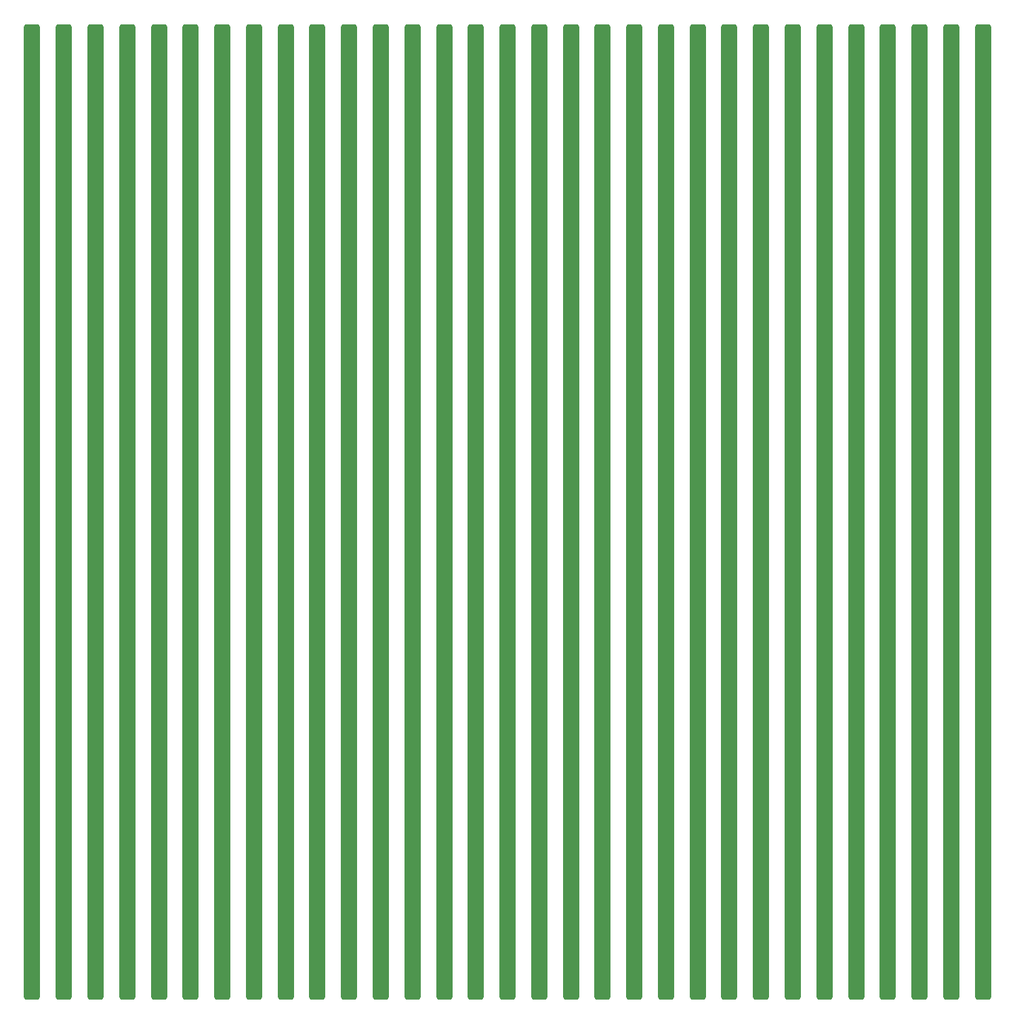
<source format=gbl>
%TF.GenerationSoftware,KiCad,Pcbnew,9.0.2*%
%TF.CreationDate,2025-08-03T14:20:54-04:00*%
%TF.ProjectId,hp_extension,68705f65-7874-4656-9e73-696f6e2e6b69,AA*%
%TF.SameCoordinates,Original*%
%TF.FileFunction,Copper,L2,Bot*%
%TF.FilePolarity,Positive*%
%FSLAX46Y46*%
G04 Gerber Fmt 4.6, Leading zero omitted, Abs format (unit mm)*
G04 Created by KiCad (PCBNEW 9.0.2) date 2025-08-03 14:20:54*
%MOMM*%
%LPD*%
G01*
G04 APERTURE LIST*
G04 Aperture macros list*
%AMRoundRect*
0 Rectangle with rounded corners*
0 $1 Rounding radius*
0 $2 $3 $4 $5 $6 $7 $8 $9 X,Y pos of 4 corners*
0 Add a 4 corners polygon primitive as box body*
4,1,4,$2,$3,$4,$5,$6,$7,$8,$9,$2,$3,0*
0 Add four circle primitives for the rounded corners*
1,1,$1+$1,$2,$3*
1,1,$1+$1,$4,$5*
1,1,$1+$1,$6,$7*
1,1,$1+$1,$8,$9*
0 Add four rect primitives between the rounded corners*
20,1,$1+$1,$2,$3,$4,$5,0*
20,1,$1+$1,$4,$5,$6,$7,0*
20,1,$1+$1,$6,$7,$8,$9,0*
20,1,$1+$1,$8,$9,$2,$3,0*%
G04 Aperture macros list end*
%TA.AperFunction,SMDPad,CuDef*%
%ADD10RoundRect,0.300000X-0.700000X-2.930000X0.700000X-2.930000X0.700000X2.930000X-0.700000X2.930000X0*%
%TD*%
%TA.AperFunction,SMDPad,CuDef*%
%ADD11RoundRect,0.300000X0.700000X2.930000X-0.700000X2.930000X-0.700000X-2.930000X0.700000X-2.930000X0*%
%TD*%
%TA.AperFunction,Conductor*%
%ADD12C,2.000000*%
%TD*%
G04 APERTURE END LIST*
D10*
%TO.P,J2,b1,Pin_b1*%
%TO.N,/b1*%
X43500000Y-49300000D03*
%TO.P,J2,b2,Pin_b2*%
%TO.N,/b2*%
X47460000Y-49300000D03*
%TO.P,J2,b3,Pin_b3*%
%TO.N,/b3*%
X51420000Y-49300000D03*
%TO.P,J2,b4,Pin_b4*%
%TO.N,/b4*%
X55380000Y-49300000D03*
%TO.P,J2,b5,Pin_b5*%
%TO.N,/b5*%
X59340000Y-49300000D03*
%TO.P,J2,b6,Pin_b6*%
%TO.N,/b6*%
X63300000Y-49300000D03*
%TO.P,J2,b7,Pin_b7*%
%TO.N,/b7*%
X67260000Y-49300000D03*
%TO.P,J2,b8,Pin_b8*%
%TO.N,/b8*%
X71220000Y-49300000D03*
%TO.P,J2,b9,Pin_b9*%
%TO.N,/b9*%
X75180000Y-49300000D03*
%TO.P,J2,b10,Pin_b10*%
%TO.N,/b10*%
X79140000Y-49300000D03*
%TO.P,J2,b11,Pin_b11*%
%TO.N,/b11*%
X83100000Y-49300000D03*
%TO.P,J2,b12,Pin_b12*%
%TO.N,/b12*%
X87060000Y-49300000D03*
%TO.P,J2,b13,Pin_b13*%
%TO.N,/b13*%
X91020000Y-49300000D03*
%TO.P,J2,b14,Pin_b14*%
%TO.N,/b14*%
X94980000Y-49300000D03*
%TO.P,J2,b15,Pin_b15*%
%TO.N,/b15*%
X98940000Y-49300000D03*
%TO.P,J2,b16,Pin_b16*%
%TO.N,/b16*%
X102900000Y-49300000D03*
%TO.P,J2,b17,Pin_b17*%
%TO.N,/b17*%
X106860000Y-49300000D03*
%TO.P,J2,b18,Pin_b18*%
%TO.N,/b18*%
X110820000Y-49300000D03*
%TO.P,J2,b19,Pin_b19*%
%TO.N,/b19*%
X114780000Y-49300000D03*
%TO.P,J2,b20,Pin_b20*%
%TO.N,/b20*%
X118740000Y-49300000D03*
%TO.P,J2,b21,Pin_b21*%
%TO.N,/b21*%
X122700000Y-49300000D03*
%TO.P,J2,b22,Pin_b22*%
%TO.N,/b22*%
X126660000Y-49300000D03*
%TO.P,J2,b23,Pin_b23*%
%TO.N,/b23*%
X130620000Y-49300000D03*
%TO.P,J2,b24,Pin_b24*%
%TO.N,/b24*%
X134580000Y-49300000D03*
%TO.P,J2,b25,Pin_b25*%
%TO.N,/b25*%
X138540000Y-49300000D03*
%TO.P,J2,b26,Pin_b26*%
%TO.N,/b26*%
X142500000Y-49300000D03*
%TO.P,J2,b27,Pin_b27*%
%TO.N,/b27*%
X146460000Y-49300000D03*
%TO.P,J2,b28,Pin_b28*%
%TO.N,/b28*%
X150420000Y-49300000D03*
%TO.P,J2,b29,Pin_b29*%
%TO.N,/b29*%
X154380000Y-49300000D03*
%TO.P,J2,b30,Pin_b30*%
%TO.N,/b30*%
X158340000Y-49300000D03*
%TO.P,J2,b31,Pin_b31*%
%TO.N,/b31*%
X162300000Y-49300000D03*
%TD*%
D11*
%TO.P,J1,b1,Pin_b1*%
%TO.N,/b1*%
X43500000Y-164730000D03*
%TO.P,J1,b2,Pin_b2*%
%TO.N,/b2*%
X47460000Y-164730000D03*
%TO.P,J1,b3,Pin_b3*%
%TO.N,/b3*%
X51420000Y-164730000D03*
%TO.P,J1,b4,Pin_b4*%
%TO.N,/b4*%
X55380000Y-164730000D03*
%TO.P,J1,b5,Pin_b5*%
%TO.N,/b5*%
X59340000Y-164730000D03*
%TO.P,J1,b6,Pin_b6*%
%TO.N,/b6*%
X63300000Y-164730000D03*
%TO.P,J1,b7,Pin_b7*%
%TO.N,/b7*%
X67260000Y-164730000D03*
%TO.P,J1,b8,Pin_b8*%
%TO.N,/b8*%
X71220000Y-164730000D03*
%TO.P,J1,b9,Pin_b9*%
%TO.N,/b9*%
X75180000Y-164730000D03*
%TO.P,J1,b10,Pin_b10*%
%TO.N,/b10*%
X79140000Y-164730000D03*
%TO.P,J1,b11,Pin_b11*%
%TO.N,/b11*%
X83100000Y-164730000D03*
%TO.P,J1,b12,Pin_b12*%
%TO.N,/b12*%
X87060000Y-164730000D03*
%TO.P,J1,b13,Pin_b13*%
%TO.N,/b13*%
X91020000Y-164730000D03*
%TO.P,J1,b14,Pin_b14*%
%TO.N,/b14*%
X94980000Y-164730000D03*
%TO.P,J1,b15,Pin_b15*%
%TO.N,/b15*%
X98940000Y-164730000D03*
%TO.P,J1,b16,Pin_b16*%
%TO.N,/b16*%
X102900000Y-164730000D03*
%TO.P,J1,b17,Pin_b17*%
%TO.N,/b17*%
X106860000Y-164730000D03*
%TO.P,J1,b18,Pin_b18*%
%TO.N,/b18*%
X110820000Y-164730000D03*
%TO.P,J1,b19,Pin_b19*%
%TO.N,/b19*%
X114780000Y-164730000D03*
%TO.P,J1,b20,Pin_b20*%
%TO.N,/b20*%
X118740000Y-164730000D03*
%TO.P,J1,b21,Pin_b21*%
%TO.N,/b21*%
X122700000Y-164730000D03*
%TO.P,J1,b22,Pin_b22*%
%TO.N,/b22*%
X126660000Y-164730000D03*
%TO.P,J1,b23,Pin_b23*%
%TO.N,/b23*%
X130620000Y-164730000D03*
%TO.P,J1,b24,Pin_b24*%
%TO.N,/b24*%
X134580000Y-164730000D03*
%TO.P,J1,b25,Pin_b25*%
%TO.N,/b25*%
X138540000Y-164730000D03*
%TO.P,J1,b26,Pin_b26*%
%TO.N,/b26*%
X142500000Y-164730000D03*
%TO.P,J1,b27,Pin_b27*%
%TO.N,/b27*%
X146460000Y-164730000D03*
%TO.P,J1,b28,Pin_b28*%
%TO.N,/b28*%
X150420000Y-164730000D03*
%TO.P,J1,b29,Pin_b29*%
%TO.N,/b29*%
X154380000Y-164730000D03*
%TO.P,J1,b30,Pin_b30*%
%TO.N,/b30*%
X158340000Y-164730000D03*
%TO.P,J1,b31,Pin_b31*%
%TO.N,/b31*%
X162300000Y-164730000D03*
%TD*%
D12*
%TO.N,/b30*%
X158340000Y-49280000D02*
X158340000Y-164710000D01*
%TO.N,/b25*%
X138540000Y-49280000D02*
X138540000Y-164710000D01*
%TO.N,/b8*%
X71220000Y-49280000D02*
X71220000Y-164710000D01*
%TO.N,/b31*%
X162300000Y-49280000D02*
X162300000Y-164710000D01*
%TO.N,/b12*%
X87060000Y-49280000D02*
X87060000Y-164710000D01*
%TO.N,/b1*%
X43500000Y-49280000D02*
X43500000Y-164710000D01*
%TO.N,/b15*%
X98940000Y-49280000D02*
X98940000Y-164710000D01*
%TO.N,/b27*%
X146460000Y-164710000D02*
X146460000Y-49280000D01*
%TO.N,/b14*%
X94980000Y-49280000D02*
X94980000Y-164710000D01*
%TO.N,/b4*%
X55380000Y-49280000D02*
X55380000Y-164710000D01*
%TO.N,/b28*%
X150420000Y-49280000D02*
X150420000Y-164710000D01*
%TO.N,/b6*%
X63300000Y-49280000D02*
X63300000Y-164710000D01*
%TO.N,/b20*%
X118740000Y-49280000D02*
X118740000Y-164710000D01*
%TO.N,/b22*%
X126660000Y-49280000D02*
X126660000Y-164710000D01*
%TO.N,/b7*%
X67260000Y-49280000D02*
X67260000Y-164710000D01*
%TO.N,/b18*%
X110820000Y-49280000D02*
X110820000Y-164710000D01*
%TO.N,/b5*%
X59340000Y-49280000D02*
X59340000Y-164710000D01*
%TO.N,/b2*%
X47460000Y-49280000D02*
X47460000Y-164710000D01*
%TO.N,/b3*%
X51420000Y-49280000D02*
X51420000Y-164710000D01*
%TO.N,/b29*%
X154380000Y-49280000D02*
X154380000Y-164710000D01*
%TO.N,/b26*%
X142500000Y-49280000D02*
X142500000Y-164710000D01*
%TO.N,/b13*%
X91020000Y-49280000D02*
X91020000Y-164710000D01*
%TO.N,/b9*%
X75180000Y-49280000D02*
X75180000Y-164710000D01*
%TO.N,/b11*%
X83100000Y-49280000D02*
X83100000Y-164710000D01*
%TO.N,/b23*%
X130620000Y-49280000D02*
X130620000Y-164710000D01*
%TO.N,/b10*%
X79140000Y-49280000D02*
X79140000Y-164710000D01*
%TO.N,/b21*%
X122700000Y-49280000D02*
X122700000Y-164710000D01*
%TO.N,/b19*%
X114780000Y-49280000D02*
X114780000Y-164710000D01*
%TO.N,/b17*%
X106860000Y-49280000D02*
X106860000Y-164710000D01*
%TO.N,/b16*%
X102900000Y-49280000D02*
X102900000Y-164710000D01*
%TO.N,/b24*%
X134580000Y-49280000D02*
X134580000Y-164710000D01*
%TD*%
M02*

</source>
